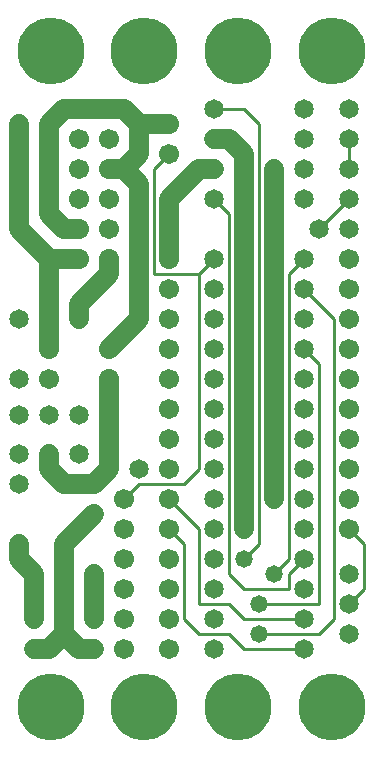
<source format=gtl>
%MOIN*%
%FSLAX25Y25*%
G04 D10 used for Character Trace; *
G04     Circle (OD=.01000) (No hole)*
G04 D11 used for Power Trace; *
G04     Circle (OD=.06500) (No hole)*
G04 D12 used for Signal Trace; *
G04     Circle (OD=.01100) (No hole)*
G04 D13 used for Via; *
G04     Circle (OD=.05800) (Round. Hole ID=.02800)*
G04 D14 used for Component hole; *
G04     Circle (OD=.06500) (Round. Hole ID=.03500)*
G04 D15 used for Component hole; *
G04     Circle (OD=.06700) (Round. Hole ID=.04300)*
G04 D16 used for Component hole; *
G04     Circle (OD=.08100) (Round. Hole ID=.05100)*
G04 D17 used for Component hole; *
G04     Circle (OD=.08900) (Round. Hole ID=.05900)*
G04 D18 used for Component hole; *
G04     Circle (OD=.11300) (Round. Hole ID=.08300)*
G04 D19 used for Component hole; *
G04     Circle (OD=.16000) (Round. Hole ID=.13000)*
G04 D20 used for Component hole; *
G04     Circle (OD=.18300) (Round. Hole ID=.15300)*
G04 D21 used for Component hole; *
G04     Circle (OD=.22291) (Round. Hole ID=.19291)*
%ADD10C,.01000*%
%ADD11C,.06500*%
%ADD12C,.01100*%
%ADD13C,.05800*%
%ADD14C,.06500*%
%ADD15C,.06700*%
%ADD16C,.08100*%
%ADD17C,.08900*%
%ADD18C,.11300*%
%ADD19C,.16000*%
%ADD20C,.18300*%
%ADD21C,.22291*%
%IPPOS*%
%LPD*%
G90*X0Y0D02*D21*X15625Y15625D03*D14*              
X30000Y35000D03*D11*X25000D01*X20000Y40000D01*    
X15000Y35000D01*X10000D01*D14*D03*Y45000D03*D11*  
Y60000D01*D14*D03*D11*X5000Y65000D01*Y70000D01*   
D14*D03*D11*X20000Y50000D02*Y70000D01*D14*        
Y50000D03*D11*Y40000D01*D14*X30000Y45000D03*D11*  
Y60000D01*D14*D03*D11*X20000Y70000D02*            
X30000Y80000D01*D14*D03*D11*X20000Y90000D02*      
X30000D01*X35000Y95000D01*Y125000D01*D15*D03*     
Y135000D03*D11*X45000Y145000D01*Y190000D01*       
X40000Y195000D01*X35000D01*D15*D03*D11*X40000D02* 
X45000Y200000D01*Y210000D01*X55000D01*D15*D03*D11*
X45000D02*X40000Y215000D01*X20000D01*             
X15000Y210000D01*Y180000D01*X20000Y175000D01*     
X25000D01*D15*D03*X35000Y165000D03*D11*Y160000D01*
X25000Y150000D01*Y145000D01*D13*D03*D15*          
X15000Y135000D03*D11*Y165000D01*X25000D01*D15*D03*
X35000Y175000D03*D11*X15000Y165000D02*            
X5000Y175000D01*Y210000D01*D13*D03*D15*           
X25000Y195000D03*Y205000D03*D21*X15625Y234375D03* 
D15*X25000Y185000D03*X35000D03*Y205000D03*D21*    
X46875Y234375D03*D12*X50000Y160000D02*Y195000D01* 
Y160000D02*X65000D01*Y95000D01*X60000Y90000D01*   
X45000D01*X40000Y85000D01*D15*D03*D14*            
X45000Y95000D03*D15*X40000Y75000D03*D14*          
X25000Y100000D03*D15*X55000Y75000D03*D12*         
X60000Y70000D01*Y45000D01*X65000Y40000D01*        
X75000D01*X80000Y35000D01*X100000D01*D14*D03*D12* 
X85000Y40000D02*X105000D01*D13*X85000D03*D12*     
X80000Y45000D02*X100000D01*D14*D03*D12*           
X105000Y40000D02*X110000Y45000D01*Y145000D01*     
X100000Y155000D01*D14*D03*D12*X95000Y65000D02*    
Y160000D01*X90000Y60000D02*X95000Y65000D01*D13*   
X90000Y60000D03*D12*X80000Y55000D02*X95000D01*    
X80000D02*X75000Y60000D01*Y180000D01*             
X70000Y185000D01*D14*D03*X80000Y175000D03*D11*    
Y95000D01*D13*D03*D11*Y75000D01*D13*D03*D12*      
Y65000D02*X85000Y70000D01*D13*X80000Y65000D03*D12*
X85000Y70000D02*Y210000D01*X80000Y215000D01*      
X70000D01*D14*D03*Y205000D03*D11*X75000D01*       
X80000Y200000D01*Y185000D01*D13*D03*D11*          
Y175000D01*D14*X70000Y165000D03*D12*              
X65000Y160000D01*D14*X70000Y155000D03*D15*        
X55000Y165000D03*D11*Y185000D01*X65000Y195000D01* 
X70000D01*D14*D03*D15*X55000Y200000D03*D12*       
X50000Y195000D01*D21*X78125Y234375D03*D14*        
X90000Y175000D03*D11*Y85000D01*D13*D03*D14*       
X100000Y75000D03*Y95000D03*Y85000D03*             
X70000Y105000D03*Y65000D03*X100000Y105000D03*     
X70000Y95000D03*Y85000D03*Y75000D03*              
X100000Y65000D03*D12*X95000Y60000D01*Y55000D01*   
D14*X100000D03*D12*X85000Y50000D02*X105000D01*D13*
X85000D03*D12*X80000Y45000D02*X75000Y50000D01*    
X65000D01*Y75000D01*X55000Y85000D01*D15*D03*      
Y95000D03*X40000Y65000D03*X55000Y105000D03*       
Y65000D03*D14*X25000Y113000D03*X70000Y115000D03*  
D15*X40000Y55000D03*X55000Y115000D03*Y55000D03*   
D14*X70000D03*D11*X20000Y90000D02*X15000Y95000D01*
Y100000D01*D14*D03*X5000Y113000D03*Y90000D03*     
X15000Y113000D03*X5000Y100000D03*D15*             
X15000Y125000D03*D14*X5000D03*D15*X55000D03*      
Y135000D03*Y145000D03*D14*X5000D03*               
X70000Y45000D03*D15*X55000Y155000D03*D14*         
X70000Y125000D03*D15*X40000Y45000D03*D14*         
X70000Y135000D03*D15*X55000Y45000D03*D14*         
X70000Y145000D03*D15*X40000Y35000D03*X55000D03*   
D14*X70000D03*D11*X90000Y175000D02*Y195000D01*D13*
D03*D14*X100000Y185000D03*Y205000D03*Y195000D03*  
Y215000D03*X105000Y175000D03*D12*                 
X115000Y185000D01*D14*D03*Y195000D03*D12*         
Y205000D01*D14*D03*Y215000D03*Y175000D03*D21*     
X109375Y234375D03*D14*X100000Y165000D03*D12*      
X95000Y160000D01*D14*X100000Y145000D03*D15*       
X115000D03*Y155000D03*Y165000D03*D14*             
X100000Y135000D03*D12*X105000Y130000D01*Y50000D01*
D14*X115000Y40000D03*Y60000D03*Y50000D03*D12*     
X120000Y55000D01*Y70000D01*X115000Y75000D01*D15*  
D03*Y85000D03*Y95000D03*Y105000D03*Y115000D03*D14*
X100000D03*D15*X115000Y125000D03*D14*X100000D03*  
D21*X78125Y15625D03*X109375D03*D15*               
X115000Y135000D03*D21*X46875Y15625D03*M02*        

</source>
